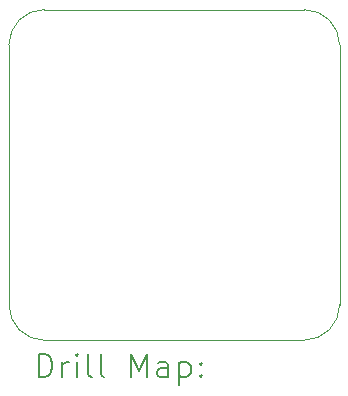
<source format=gbr>
%TF.GenerationSoftware,KiCad,Pcbnew,(6.0.8)*%
%TF.CreationDate,2023-04-13T09:44:00+02:00*%
%TF.ProjectId,ENCODER,454e434f-4445-4522-9e6b-696361645f70,1.0*%
%TF.SameCoordinates,Original*%
%TF.FileFunction,Drillmap*%
%TF.FilePolarity,Positive*%
%FSLAX45Y45*%
G04 Gerber Fmt 4.5, Leading zero omitted, Abs format (unit mm)*
G04 Created by KiCad (PCBNEW (6.0.8)) date 2023-04-13 09:44:00*
%MOMM*%
%LPD*%
G01*
G04 APERTURE LIST*
%ADD10C,0.100000*%
%ADD11C,0.200000*%
G04 APERTURE END LIST*
D10*
X11000000Y-10500000D02*
G75*
G03*
X11300000Y-10800000I300000J0D01*
G01*
X13500000Y-10800000D02*
G75*
G03*
X13800000Y-10500000I0J300000D01*
G01*
X11300000Y-8000000D02*
G75*
G03*
X11000000Y-8300000I0J-300000D01*
G01*
X13500000Y-8000000D02*
X11300000Y-8000000D01*
X13800000Y-8300000D02*
G75*
G03*
X13500000Y-8000000I-300000J0D01*
G01*
X13800000Y-10500000D02*
X13800000Y-8300000D01*
X11000000Y-8300000D02*
X11000000Y-10500000D01*
X11300000Y-10800000D02*
X13500000Y-10800000D01*
D11*
X11252619Y-11115476D02*
X11252619Y-10915476D01*
X11300238Y-10915476D01*
X11328809Y-10925000D01*
X11347857Y-10944048D01*
X11357381Y-10963095D01*
X11366905Y-11001190D01*
X11366905Y-11029762D01*
X11357381Y-11067857D01*
X11347857Y-11086905D01*
X11328809Y-11105952D01*
X11300238Y-11115476D01*
X11252619Y-11115476D01*
X11452619Y-11115476D02*
X11452619Y-10982143D01*
X11452619Y-11020238D02*
X11462143Y-11001190D01*
X11471667Y-10991667D01*
X11490714Y-10982143D01*
X11509762Y-10982143D01*
X11576428Y-11115476D02*
X11576428Y-10982143D01*
X11576428Y-10915476D02*
X11566905Y-10925000D01*
X11576428Y-10934524D01*
X11585952Y-10925000D01*
X11576428Y-10915476D01*
X11576428Y-10934524D01*
X11700238Y-11115476D02*
X11681190Y-11105952D01*
X11671667Y-11086905D01*
X11671667Y-10915476D01*
X11805000Y-11115476D02*
X11785952Y-11105952D01*
X11776428Y-11086905D01*
X11776428Y-10915476D01*
X12033571Y-11115476D02*
X12033571Y-10915476D01*
X12100238Y-11058333D01*
X12166905Y-10915476D01*
X12166905Y-11115476D01*
X12347857Y-11115476D02*
X12347857Y-11010714D01*
X12338333Y-10991667D01*
X12319286Y-10982143D01*
X12281190Y-10982143D01*
X12262143Y-10991667D01*
X12347857Y-11105952D02*
X12328809Y-11115476D01*
X12281190Y-11115476D01*
X12262143Y-11105952D01*
X12252619Y-11086905D01*
X12252619Y-11067857D01*
X12262143Y-11048810D01*
X12281190Y-11039286D01*
X12328809Y-11039286D01*
X12347857Y-11029762D01*
X12443095Y-10982143D02*
X12443095Y-11182143D01*
X12443095Y-10991667D02*
X12462143Y-10982143D01*
X12500238Y-10982143D01*
X12519286Y-10991667D01*
X12528809Y-11001190D01*
X12538333Y-11020238D01*
X12538333Y-11077381D01*
X12528809Y-11096429D01*
X12519286Y-11105952D01*
X12500238Y-11115476D01*
X12462143Y-11115476D01*
X12443095Y-11105952D01*
X12624048Y-11096429D02*
X12633571Y-11105952D01*
X12624048Y-11115476D01*
X12614524Y-11105952D01*
X12624048Y-11096429D01*
X12624048Y-11115476D01*
X12624048Y-10991667D02*
X12633571Y-11001190D01*
X12624048Y-11010714D01*
X12614524Y-11001190D01*
X12624048Y-10991667D01*
X12624048Y-11010714D01*
M02*

</source>
